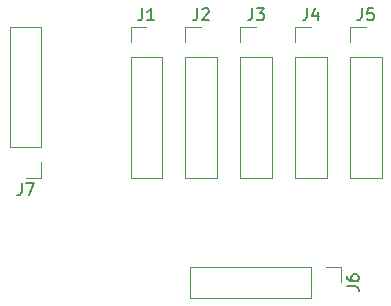
<source format=gbr>
%TF.GenerationSoftware,KiCad,Pcbnew,7.0.8*%
%TF.CreationDate,2023-12-26T11:26:10-03:00*%
%TF.ProjectId,teste2,74657374-6532-42e6-9b69-6361645f7063,rev?*%
%TF.SameCoordinates,Original*%
%TF.FileFunction,Legend,Top*%
%TF.FilePolarity,Positive*%
%FSLAX45Y45*%
G04 Gerber Fmt 4.5, Leading zero omitted, Abs format (unit mm)*
G04 Created by KiCad (PCBNEW 7.0.8) date 2023-12-26 11:26:10*
%MOMM*%
%LPD*%
G01*
G04 APERTURE LIST*
%ADD10C,0.150000*%
%ADD11C,0.120000*%
G04 APERTURE END LIST*
D10*
X14827667Y-5808482D02*
X14827667Y-5879910D01*
X14827667Y-5879910D02*
X14822905Y-5894196D01*
X14822905Y-5894196D02*
X14813381Y-5903720D01*
X14813381Y-5903720D02*
X14799095Y-5908482D01*
X14799095Y-5908482D02*
X14789571Y-5908482D01*
X14918143Y-5841815D02*
X14918143Y-5908482D01*
X14894333Y-5803720D02*
X14870524Y-5875148D01*
X14870524Y-5875148D02*
X14932428Y-5875148D01*
X14362667Y-5808482D02*
X14362667Y-5879910D01*
X14362667Y-5879910D02*
X14357905Y-5894196D01*
X14357905Y-5894196D02*
X14348381Y-5903720D01*
X14348381Y-5903720D02*
X14334095Y-5908482D01*
X14334095Y-5908482D02*
X14324571Y-5908482D01*
X14400762Y-5808482D02*
X14462667Y-5808482D01*
X14462667Y-5808482D02*
X14429333Y-5846577D01*
X14429333Y-5846577D02*
X14443619Y-5846577D01*
X14443619Y-5846577D02*
X14453143Y-5851339D01*
X14453143Y-5851339D02*
X14457905Y-5856101D01*
X14457905Y-5856101D02*
X14462667Y-5865625D01*
X14462667Y-5865625D02*
X14462667Y-5889434D01*
X14462667Y-5889434D02*
X14457905Y-5898958D01*
X14457905Y-5898958D02*
X14453143Y-5903720D01*
X14453143Y-5903720D02*
X14443619Y-5908482D01*
X14443619Y-5908482D02*
X14415048Y-5908482D01*
X14415048Y-5908482D02*
X14405524Y-5903720D01*
X14405524Y-5903720D02*
X14400762Y-5898958D01*
X13897667Y-5808482D02*
X13897667Y-5879910D01*
X13897667Y-5879910D02*
X13892905Y-5894196D01*
X13892905Y-5894196D02*
X13883381Y-5903720D01*
X13883381Y-5903720D02*
X13869095Y-5908482D01*
X13869095Y-5908482D02*
X13859571Y-5908482D01*
X13940524Y-5818006D02*
X13945286Y-5813244D01*
X13945286Y-5813244D02*
X13954809Y-5808482D01*
X13954809Y-5808482D02*
X13978619Y-5808482D01*
X13978619Y-5808482D02*
X13988143Y-5813244D01*
X13988143Y-5813244D02*
X13992905Y-5818006D01*
X13992905Y-5818006D02*
X13997667Y-5827529D01*
X13997667Y-5827529D02*
X13997667Y-5837053D01*
X13997667Y-5837053D02*
X13992905Y-5851339D01*
X13992905Y-5851339D02*
X13935762Y-5908482D01*
X13935762Y-5908482D02*
X13997667Y-5908482D01*
X12412667Y-7290482D02*
X12412667Y-7361910D01*
X12412667Y-7361910D02*
X12407905Y-7376196D01*
X12407905Y-7376196D02*
X12398381Y-7385720D01*
X12398381Y-7385720D02*
X12384095Y-7390482D01*
X12384095Y-7390482D02*
X12374571Y-7390482D01*
X12450762Y-7290482D02*
X12517428Y-7290482D01*
X12517428Y-7290482D02*
X12474571Y-7390482D01*
X15164482Y-8161333D02*
X15235910Y-8161333D01*
X15235910Y-8161333D02*
X15250196Y-8166095D01*
X15250196Y-8166095D02*
X15259720Y-8175619D01*
X15259720Y-8175619D02*
X15264482Y-8189905D01*
X15264482Y-8189905D02*
X15264482Y-8199428D01*
X15164482Y-8070857D02*
X15164482Y-8089905D01*
X15164482Y-8089905D02*
X15169244Y-8099428D01*
X15169244Y-8099428D02*
X15174006Y-8104190D01*
X15174006Y-8104190D02*
X15188291Y-8113714D01*
X15188291Y-8113714D02*
X15207339Y-8118476D01*
X15207339Y-8118476D02*
X15245434Y-8118476D01*
X15245434Y-8118476D02*
X15254958Y-8113714D01*
X15254958Y-8113714D02*
X15259720Y-8108952D01*
X15259720Y-8108952D02*
X15264482Y-8099428D01*
X15264482Y-8099428D02*
X15264482Y-8080381D01*
X15264482Y-8080381D02*
X15259720Y-8070857D01*
X15259720Y-8070857D02*
X15254958Y-8066095D01*
X15254958Y-8066095D02*
X15245434Y-8061333D01*
X15245434Y-8061333D02*
X15221625Y-8061333D01*
X15221625Y-8061333D02*
X15212101Y-8066095D01*
X15212101Y-8066095D02*
X15207339Y-8070857D01*
X15207339Y-8070857D02*
X15202577Y-8080381D01*
X15202577Y-8080381D02*
X15202577Y-8099428D01*
X15202577Y-8099428D02*
X15207339Y-8108952D01*
X15207339Y-8108952D02*
X15212101Y-8113714D01*
X15212101Y-8113714D02*
X15221625Y-8118476D01*
X15292667Y-5808482D02*
X15292667Y-5879910D01*
X15292667Y-5879910D02*
X15287905Y-5894196D01*
X15287905Y-5894196D02*
X15278381Y-5903720D01*
X15278381Y-5903720D02*
X15264095Y-5908482D01*
X15264095Y-5908482D02*
X15254571Y-5908482D01*
X15387905Y-5808482D02*
X15340286Y-5808482D01*
X15340286Y-5808482D02*
X15335524Y-5856101D01*
X15335524Y-5856101D02*
X15340286Y-5851339D01*
X15340286Y-5851339D02*
X15349809Y-5846577D01*
X15349809Y-5846577D02*
X15373619Y-5846577D01*
X15373619Y-5846577D02*
X15383143Y-5851339D01*
X15383143Y-5851339D02*
X15387905Y-5856101D01*
X15387905Y-5856101D02*
X15392667Y-5865625D01*
X15392667Y-5865625D02*
X15392667Y-5889434D01*
X15392667Y-5889434D02*
X15387905Y-5898958D01*
X15387905Y-5898958D02*
X15383143Y-5903720D01*
X15383143Y-5903720D02*
X15373619Y-5908482D01*
X15373619Y-5908482D02*
X15349809Y-5908482D01*
X15349809Y-5908482D02*
X15340286Y-5903720D01*
X15340286Y-5903720D02*
X15335524Y-5898958D01*
X13432667Y-5808482D02*
X13432667Y-5879910D01*
X13432667Y-5879910D02*
X13427905Y-5894196D01*
X13427905Y-5894196D02*
X13418381Y-5903720D01*
X13418381Y-5903720D02*
X13404095Y-5908482D01*
X13404095Y-5908482D02*
X13394571Y-5908482D01*
X13532667Y-5908482D02*
X13475524Y-5908482D01*
X13504095Y-5908482D02*
X13504095Y-5808482D01*
X13504095Y-5808482D02*
X13494571Y-5822768D01*
X13494571Y-5822768D02*
X13485048Y-5832291D01*
X13485048Y-5832291D02*
X13475524Y-5837053D01*
D11*
%TO.C,J4*%
X14728000Y-5963000D02*
X14861000Y-5963000D01*
X14728000Y-6096000D02*
X14728000Y-5963000D01*
X14728000Y-6223000D02*
X14728000Y-7245000D01*
X14728000Y-6223000D02*
X14994000Y-6223000D01*
X14728000Y-7245000D02*
X14994000Y-7245000D01*
X14994000Y-6223000D02*
X14994000Y-7245000D01*
%TO.C,J3*%
X14263000Y-5963000D02*
X14396000Y-5963000D01*
X14263000Y-6096000D02*
X14263000Y-5963000D01*
X14263000Y-6223000D02*
X14263000Y-7245000D01*
X14263000Y-6223000D02*
X14529000Y-6223000D01*
X14263000Y-7245000D02*
X14529000Y-7245000D01*
X14529000Y-6223000D02*
X14529000Y-7245000D01*
%TO.C,J2*%
X13798000Y-5963000D02*
X13931000Y-5963000D01*
X13798000Y-6096000D02*
X13798000Y-5963000D01*
X13798000Y-6223000D02*
X13798000Y-7245000D01*
X13798000Y-6223000D02*
X14064000Y-6223000D01*
X13798000Y-7245000D02*
X14064000Y-7245000D01*
X14064000Y-6223000D02*
X14064000Y-7245000D01*
%TO.C,J7*%
X12579000Y-7245000D02*
X12446000Y-7245000D01*
X12579000Y-7112000D02*
X12579000Y-7245000D01*
X12579000Y-6985000D02*
X12579000Y-5963000D01*
X12579000Y-6985000D02*
X12313000Y-6985000D01*
X12579000Y-5963000D02*
X12313000Y-5963000D01*
X12313000Y-6985000D02*
X12313000Y-5963000D01*
%TO.C,J6*%
X15119000Y-7995000D02*
X15119000Y-8128000D01*
X14986000Y-7995000D02*
X15119000Y-7995000D01*
X14859000Y-7995000D02*
X13837000Y-7995000D01*
X14859000Y-7995000D02*
X14859000Y-8261000D01*
X13837000Y-7995000D02*
X13837000Y-8261000D01*
X14859000Y-8261000D02*
X13837000Y-8261000D01*
%TO.C,J5*%
X15193000Y-5963000D02*
X15326000Y-5963000D01*
X15193000Y-6096000D02*
X15193000Y-5963000D01*
X15193000Y-6223000D02*
X15193000Y-7245000D01*
X15193000Y-6223000D02*
X15459000Y-6223000D01*
X15193000Y-7245000D02*
X15459000Y-7245000D01*
X15459000Y-6223000D02*
X15459000Y-7245000D01*
%TO.C,J1*%
X13333000Y-5963000D02*
X13466000Y-5963000D01*
X13333000Y-6096000D02*
X13333000Y-5963000D01*
X13333000Y-6223000D02*
X13333000Y-7245000D01*
X13333000Y-6223000D02*
X13599000Y-6223000D01*
X13333000Y-7245000D02*
X13599000Y-7245000D01*
X13599000Y-6223000D02*
X13599000Y-7245000D01*
%TD*%
M02*

</source>
